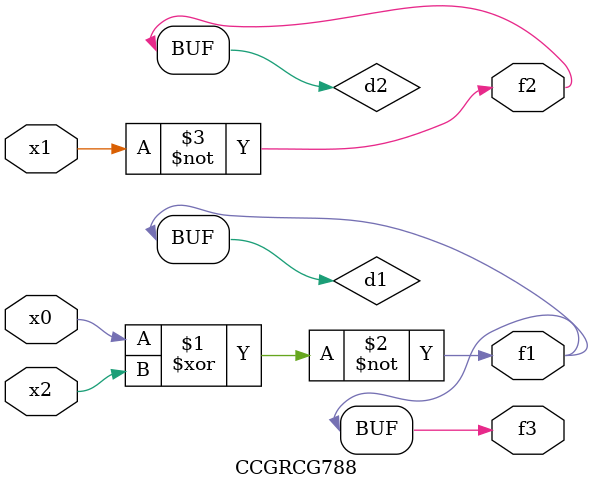
<source format=v>
module CCGRCG788(
	input x0, x1, x2,
	output f1, f2, f3
);

	wire d1, d2, d3;

	xnor (d1, x0, x2);
	nand (d2, x1);
	nor (d3, x1, x2);
	assign f1 = d1;
	assign f2 = d2;
	assign f3 = d1;
endmodule

</source>
